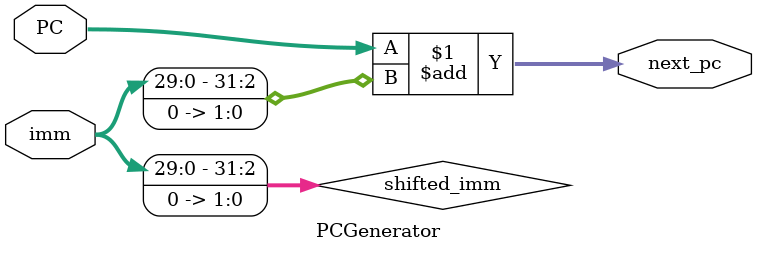
<source format=v>
module PCGenerator(
    input [31: 0] PC,
    input [31: 0] imm,
    output [31: 0] next_pc
);

wire [31: 0] shifted_imm;

assign next_pc = PC + shifted_imm;
assign shifted_imm = imm << 2;

endmodule
</source>
